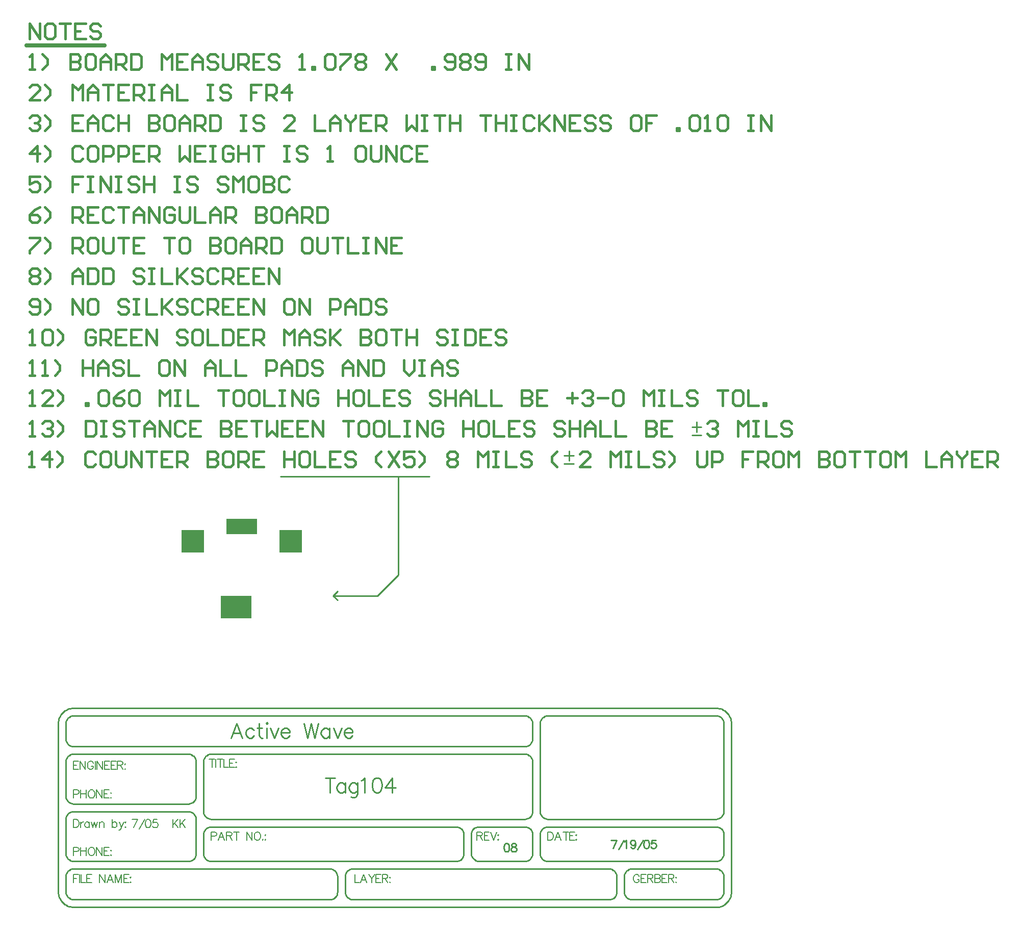
<source format=gbp>
%FSLAX24Y24*%
%MOIN*%
G70*
G01*
G75*
%ADD10R,0.0300X0.0300*%
%ADD11R,0.0360X0.0500*%
%ADD12R,0.0360X0.0360*%
%ADD13O,0.0160X0.0600*%
%ADD14C,0.0400*%
%ADD15O,0.0400X0.0160*%
%ADD16R,0.0200X0.0500*%
%ADD17R,0.0400X0.0550*%
%ADD18R,0.0236X0.0236*%
%ADD19R,0.0700X0.0236*%
%ADD20R,0.0236X0.1000*%
%ADD21R,0.0900X0.0236*%
%ADD22R,0.0236X0.0900*%
%ADD23O,0.0240X0.0800*%
%ADD24C,0.0080*%
%ADD25C,0.0150*%
%ADD26C,0.0100*%
%ADD27C,0.0120*%
%ADD28C,0.0140*%
%ADD29C,0.0160*%
%ADD30C,0.0060*%
%ADD31C,0.0250*%
%ADD32C,0.0070*%
%ADD33C,0.0090*%
%ADD34C,0.0050*%
%ADD35C,0.0700*%
%ADD36R,0.0500X0.0500*%
%ADD37C,0.0600*%
%ADD38C,0.0280*%
%ADD39C,0.0300*%
%ADD40R,0.2000X0.1500*%
%ADD41R,0.2000X0.1000*%
%ADD42R,0.1500X0.1500*%
%ADD43C,0.0030*%
D24*
X79310Y51968D02*
X79056Y51434D01*
X78955Y51968D02*
X79310D01*
X79430Y51358D02*
X79785Y51968D01*
X79973D02*
X79897Y51942D01*
X79846Y51866D01*
X79821Y51739D01*
Y51663D01*
X79846Y51536D01*
X79897Y51460D01*
X79973Y51434D01*
X80024D01*
X80100Y51460D01*
X80151Y51536D01*
X80176Y51663D01*
Y51739D01*
X80151Y51866D01*
X80100Y51942D01*
X80024Y51968D01*
X79973D01*
X80600D02*
X80346D01*
X80321Y51739D01*
X80346Y51765D01*
X80423Y51790D01*
X80499D01*
X80575Y51765D01*
X80626Y51714D01*
X80651Y51638D01*
Y51587D01*
X80626Y51511D01*
X80575Y51460D01*
X80499Y51434D01*
X80423D01*
X80346Y51460D01*
X80321Y51485D01*
X80296Y51536D01*
X81608Y51968D02*
Y51434D01*
X81964Y51968D02*
X81608Y51612D01*
X81735Y51739D02*
X81964Y51434D01*
X82083Y51968D02*
Y51434D01*
X82439Y51968D02*
X82083Y51612D01*
X82210Y51739D02*
X82439Y51434D01*
D25*
X72242Y82992D02*
X72575D01*
X72409D01*
Y83991D01*
X72242Y83825D01*
X73075D02*
X73242Y83991D01*
X73575D01*
X73742Y83825D01*
Y83158D01*
X73575Y82992D01*
X73242D01*
X73075Y83158D01*
Y83825D01*
X74075Y82992D02*
X74408Y83325D01*
Y83658D01*
X74075Y83991D01*
X76574Y83825D02*
X76407Y83991D01*
X76074D01*
X75908Y83825D01*
Y83158D01*
X76074Y82992D01*
X76407D01*
X76574Y83158D01*
Y83492D01*
X76241D01*
X76907Y82992D02*
Y83991D01*
X77407D01*
X77574Y83825D01*
Y83492D01*
X77407Y83325D01*
X76907D01*
X77240D02*
X77574Y82992D01*
X78573Y83991D02*
X77907D01*
Y82992D01*
X78573D01*
X77907Y83492D02*
X78240D01*
X79573Y83991D02*
X78907D01*
Y82992D01*
X79573D01*
X78907Y83492D02*
X79240D01*
X79906Y82992D02*
Y83991D01*
X80573Y82992D01*
Y83991D01*
X82572Y83825D02*
X82405Y83991D01*
X82072D01*
X81906Y83825D01*
Y83658D01*
X82072Y83492D01*
X82405D01*
X82572Y83325D01*
Y83158D01*
X82405Y82992D01*
X82072D01*
X81906Y83158D01*
X83405Y83991D02*
X83072D01*
X82905Y83825D01*
Y83158D01*
X83072Y82992D01*
X83405D01*
X83572Y83158D01*
Y83825D01*
X83405Y83991D01*
X83905D02*
Y82992D01*
X84571D01*
X84905Y83991D02*
Y82992D01*
X85404D01*
X85571Y83158D01*
Y83825D01*
X85404Y83991D01*
X84905D01*
X86571D02*
X85904D01*
Y82992D01*
X86571D01*
X85904Y83492D02*
X86237D01*
X86904Y82992D02*
Y83991D01*
X87404D01*
X87570Y83825D01*
Y83492D01*
X87404Y83325D01*
X86904D01*
X87237D02*
X87570Y82992D01*
X88903D02*
Y83991D01*
X89237Y83658D01*
X89570Y83991D01*
Y82992D01*
X89903D02*
Y83658D01*
X90236Y83991D01*
X90569Y83658D01*
Y82992D01*
Y83492D01*
X89903D01*
X91569Y83825D02*
X91403Y83991D01*
X91069D01*
X90903Y83825D01*
Y83658D01*
X91069Y83492D01*
X91403D01*
X91569Y83325D01*
Y83158D01*
X91403Y82992D01*
X91069D01*
X90903Y83158D01*
X91902Y83991D02*
Y82992D01*
Y83325D01*
X92569Y83991D01*
X92069Y83492D01*
X92569Y82992D01*
X93902Y83991D02*
Y82992D01*
X94402D01*
X94568Y83158D01*
Y83325D01*
X94402Y83492D01*
X93902D01*
X94402D01*
X94568Y83658D01*
Y83825D01*
X94402Y83991D01*
X93902D01*
X95401D02*
X95068D01*
X94901Y83825D01*
Y83158D01*
X95068Y82992D01*
X95401D01*
X95568Y83158D01*
Y83825D01*
X95401Y83991D01*
X95901D02*
X96567D01*
X96234D01*
Y82992D01*
X96901Y83991D02*
Y82992D01*
Y83492D01*
X97567D01*
Y83991D01*
Y82992D01*
X99567Y83825D02*
X99400Y83991D01*
X99067D01*
X98900Y83825D01*
Y83658D01*
X99067Y83492D01*
X99400D01*
X99567Y83325D01*
Y83158D01*
X99400Y82992D01*
X99067D01*
X98900Y83158D01*
X99900Y83991D02*
X100233D01*
X100066D01*
Y82992D01*
X99900D01*
X100233D01*
X100733Y83991D02*
Y82992D01*
X101233D01*
X101399Y83158D01*
Y83825D01*
X101233Y83991D01*
X100733D01*
X102399D02*
X101732D01*
Y82992D01*
X102399D01*
X101732Y83492D02*
X102066D01*
X103399Y83825D02*
X103232Y83991D01*
X102899D01*
X102732Y83825D01*
Y83658D01*
X102899Y83492D01*
X103232D01*
X103399Y83325D01*
Y83158D01*
X103232Y82992D01*
X102899D01*
X102732Y83158D01*
X72242Y102992D02*
Y103991D01*
X72908Y102992D01*
Y103991D01*
X73742D02*
X73408D01*
X73242Y103825D01*
Y103158D01*
X73408Y102992D01*
X73742D01*
X73908Y103158D01*
Y103825D01*
X73742Y103991D01*
X74241D02*
X74908D01*
X74575D01*
Y102992D01*
X75908Y103991D02*
X75241D01*
Y102992D01*
X75908D01*
X75241Y103492D02*
X75574D01*
X76907Y103825D02*
X76741Y103991D01*
X76407D01*
X76241Y103825D01*
Y103658D01*
X76407Y103492D01*
X76741D01*
X76907Y103325D01*
Y103158D01*
X76741Y102992D01*
X76407D01*
X76241Y103158D01*
X72242Y97825D02*
X72409Y97991D01*
X72742D01*
X72908Y97825D01*
Y97658D01*
X72742Y97492D01*
X72575D01*
X72742D01*
X72908Y97325D01*
Y97158D01*
X72742Y96992D01*
X72409D01*
X72242Y97158D01*
X73242Y96992D02*
X73575Y97325D01*
Y97658D01*
X73242Y97991D01*
X75741D02*
X75074D01*
Y96992D01*
X75741D01*
X75074Y97492D02*
X75408D01*
X76074Y96992D02*
Y97658D01*
X76407Y97991D01*
X76741Y97658D01*
Y96992D01*
Y97492D01*
X76074D01*
X77740Y97825D02*
X77574Y97991D01*
X77240D01*
X77074Y97825D01*
Y97158D01*
X77240Y96992D01*
X77574D01*
X77740Y97158D01*
X78073Y97991D02*
Y96992D01*
Y97492D01*
X78740D01*
Y97991D01*
Y96992D01*
X80073Y97991D02*
Y96992D01*
X80573D01*
X80739Y97158D01*
Y97325D01*
X80573Y97492D01*
X80073D01*
X80573D01*
X80739Y97658D01*
Y97825D01*
X80573Y97991D01*
X80073D01*
X81572D02*
X81239D01*
X81073Y97825D01*
Y97158D01*
X81239Y96992D01*
X81572D01*
X81739Y97158D01*
Y97825D01*
X81572Y97991D01*
X82072Y96992D02*
Y97658D01*
X82405Y97991D01*
X82739Y97658D01*
Y96992D01*
Y97492D01*
X82072D01*
X83072Y96992D02*
Y97991D01*
X83572D01*
X83738Y97825D01*
Y97492D01*
X83572Y97325D01*
X83072D01*
X83405D02*
X83738Y96992D01*
X84072Y97991D02*
Y96992D01*
X84571D01*
X84738Y97158D01*
Y97825D01*
X84571Y97991D01*
X84072D01*
X86071D02*
X86404D01*
X86237D01*
Y96992D01*
X86071D01*
X86404D01*
X87570Y97825D02*
X87404Y97991D01*
X87071D01*
X86904Y97825D01*
Y97658D01*
X87071Y97492D01*
X87404D01*
X87570Y97325D01*
Y97158D01*
X87404Y96992D01*
X87071D01*
X86904Y97158D01*
X89570Y96992D02*
X88903D01*
X89570Y97658D01*
Y97825D01*
X89403Y97991D01*
X89070D01*
X88903Y97825D01*
X90903Y97991D02*
Y96992D01*
X91569D01*
X91902D02*
Y97658D01*
X92236Y97991D01*
X92569Y97658D01*
Y96992D01*
Y97492D01*
X91902D01*
X92902Y97991D02*
Y97825D01*
X93235Y97492D01*
X93568Y97825D01*
Y97991D01*
X93235Y97492D02*
Y96992D01*
X94568Y97991D02*
X93902D01*
Y96992D01*
X94568D01*
X93902Y97492D02*
X94235D01*
X94901Y96992D02*
Y97991D01*
X95401D01*
X95568Y97825D01*
Y97492D01*
X95401Y97325D01*
X94901D01*
X95235D02*
X95568Y96992D01*
X96901Y97991D02*
Y96992D01*
X97234Y97325D01*
X97567Y96992D01*
Y97991D01*
X97900D02*
X98234D01*
X98067D01*
Y96992D01*
X97900D01*
X98234D01*
X98733Y97991D02*
X99400D01*
X99067D01*
Y96992D01*
X99733Y97991D02*
Y96992D01*
Y97492D01*
X100400D01*
Y97991D01*
Y96992D01*
X101732Y97991D02*
X102399D01*
X102066D01*
Y96992D01*
X102732Y97991D02*
Y96992D01*
Y97492D01*
X103399D01*
Y97991D01*
Y96992D01*
X103732Y97991D02*
X104065D01*
X103898D01*
Y96992D01*
X103732D01*
X104065D01*
X105231Y97825D02*
X105065Y97991D01*
X104732D01*
X104565Y97825D01*
Y97158D01*
X104732Y96992D01*
X105065D01*
X105231Y97158D01*
X105565Y97991D02*
Y96992D01*
Y97325D01*
X106231Y97991D01*
X105731Y97492D01*
X106231Y96992D01*
X106564D02*
Y97991D01*
X107231Y96992D01*
Y97991D01*
X108230D02*
X107564D01*
Y96992D01*
X108230D01*
X107564Y97492D02*
X107897D01*
X109230Y97825D02*
X109063Y97991D01*
X108730D01*
X108564Y97825D01*
Y97658D01*
X108730Y97492D01*
X109063D01*
X109230Y97325D01*
Y97158D01*
X109063Y96992D01*
X108730D01*
X108564Y97158D01*
X110230Y97825D02*
X110063Y97991D01*
X109730D01*
X109563Y97825D01*
Y97658D01*
X109730Y97492D01*
X110063D01*
X110230Y97325D01*
Y97158D01*
X110063Y96992D01*
X109730D01*
X109563Y97158D01*
X112062Y97991D02*
X111729D01*
X111563Y97825D01*
Y97158D01*
X111729Y96992D01*
X112062D01*
X112229Y97158D01*
Y97825D01*
X112062Y97991D01*
X113229D02*
X112562D01*
Y97492D01*
X112896D01*
X112562D01*
Y96992D01*
X114562D02*
Y97158D01*
X114728D01*
Y96992D01*
X114562D01*
X115395Y97825D02*
X115561Y97991D01*
X115895D01*
X116061Y97825D01*
Y97158D01*
X115895Y96992D01*
X115561D01*
X115395Y97158D01*
Y97825D01*
X116394Y96992D02*
X116728D01*
X116561D01*
Y97991D01*
X116394Y97825D01*
X117227D02*
X117394Y97991D01*
X117727D01*
X117894Y97825D01*
Y97158D01*
X117727Y96992D01*
X117394D01*
X117227Y97158D01*
Y97825D01*
X119227Y97991D02*
X119560D01*
X119393D01*
Y96992D01*
X119227D01*
X119560D01*
X120060D02*
Y97991D01*
X120726Y96992D01*
Y97991D01*
X72742Y94992D02*
Y95991D01*
X72242Y95492D01*
X72908D01*
X73242Y94992D02*
X73575Y95325D01*
Y95658D01*
X73242Y95991D01*
X75741Y95825D02*
X75574Y95991D01*
X75241D01*
X75074Y95825D01*
Y95158D01*
X75241Y94992D01*
X75574D01*
X75741Y95158D01*
X76574Y95991D02*
X76241D01*
X76074Y95825D01*
Y95158D01*
X76241Y94992D01*
X76574D01*
X76741Y95158D01*
Y95825D01*
X76574Y95991D01*
X77074Y94992D02*
Y95991D01*
X77574D01*
X77740Y95825D01*
Y95492D01*
X77574Y95325D01*
X77074D01*
X78073Y94992D02*
Y95991D01*
X78573D01*
X78740Y95825D01*
Y95492D01*
X78573Y95325D01*
X78073D01*
X79740Y95991D02*
X79073D01*
Y94992D01*
X79740D01*
X79073Y95492D02*
X79406D01*
X80073Y94992D02*
Y95991D01*
X80573D01*
X80739Y95825D01*
Y95492D01*
X80573Y95325D01*
X80073D01*
X80406D02*
X80739Y94992D01*
X82072Y95991D02*
Y94992D01*
X82405Y95325D01*
X82739Y94992D01*
Y95991D01*
X83738D02*
X83072D01*
Y94992D01*
X83738D01*
X83072Y95492D02*
X83405D01*
X84072Y95991D02*
X84405D01*
X84238D01*
Y94992D01*
X84072D01*
X84405D01*
X85571Y95825D02*
X85404Y95991D01*
X85071D01*
X84905Y95825D01*
Y95158D01*
X85071Y94992D01*
X85404D01*
X85571Y95158D01*
Y95492D01*
X85238D01*
X85904Y95991D02*
Y94992D01*
Y95492D01*
X86571D01*
Y95991D01*
Y94992D01*
X86904Y95991D02*
X87570D01*
X87237D01*
Y94992D01*
X88903Y95991D02*
X89237D01*
X89070D01*
Y94992D01*
X88903D01*
X89237D01*
X90403Y95825D02*
X90236Y95991D01*
X89903D01*
X89736Y95825D01*
Y95658D01*
X89903Y95492D01*
X90236D01*
X90403Y95325D01*
Y95158D01*
X90236Y94992D01*
X89903D01*
X89736Y95158D01*
X91736Y94992D02*
X92069D01*
X91902D01*
Y95991D01*
X91736Y95825D01*
X94068Y95991D02*
X93735D01*
X93568Y95825D01*
Y95158D01*
X93735Y94992D01*
X94068D01*
X94235Y95158D01*
Y95825D01*
X94068Y95991D01*
X94568D02*
Y95158D01*
X94735Y94992D01*
X95068D01*
X95235Y95158D01*
Y95991D01*
X95568Y94992D02*
Y95991D01*
X96234Y94992D01*
Y95991D01*
X97234Y95825D02*
X97067Y95991D01*
X96734D01*
X96567Y95825D01*
Y95158D01*
X96734Y94992D01*
X97067D01*
X97234Y95158D01*
X98234Y95991D02*
X97567D01*
Y94992D01*
X98234D01*
X97567Y95492D02*
X97900D01*
X72908Y93991D02*
X72242D01*
Y93492D01*
X72575Y93658D01*
X72742D01*
X72908Y93492D01*
Y93158D01*
X72742Y92992D01*
X72409D01*
X72242Y93158D01*
X73242Y92992D02*
X73575Y93325D01*
Y93658D01*
X73242Y93991D01*
X75741D02*
X75074D01*
Y93492D01*
X75408D01*
X75074D01*
Y92992D01*
X76074Y93991D02*
X76407D01*
X76241D01*
Y92992D01*
X76074D01*
X76407D01*
X76907D02*
Y93991D01*
X77574Y92992D01*
Y93991D01*
X77907D02*
X78240D01*
X78073D01*
Y92992D01*
X77907D01*
X78240D01*
X79406Y93825D02*
X79240Y93991D01*
X78907D01*
X78740Y93825D01*
Y93658D01*
X78907Y93492D01*
X79240D01*
X79406Y93325D01*
Y93158D01*
X79240Y92992D01*
X78907D01*
X78740Y93158D01*
X79740Y93991D02*
Y92992D01*
Y93492D01*
X80406D01*
Y93991D01*
Y92992D01*
X81739Y93991D02*
X82072D01*
X81906D01*
Y92992D01*
X81739D01*
X82072D01*
X83238Y93825D02*
X83072Y93991D01*
X82739D01*
X82572Y93825D01*
Y93658D01*
X82739Y93492D01*
X83072D01*
X83238Y93325D01*
Y93158D01*
X83072Y92992D01*
X82739D01*
X82572Y93158D01*
X85238Y93825D02*
X85071Y93991D01*
X84738D01*
X84571Y93825D01*
Y93658D01*
X84738Y93492D01*
X85071D01*
X85238Y93325D01*
Y93158D01*
X85071Y92992D01*
X84738D01*
X84571Y93158D01*
X85571Y92992D02*
Y93991D01*
X85904Y93658D01*
X86237Y93991D01*
Y92992D01*
X87071Y93991D02*
X86737D01*
X86571Y93825D01*
Y93158D01*
X86737Y92992D01*
X87071D01*
X87237Y93158D01*
Y93825D01*
X87071Y93991D01*
X87570D02*
Y92992D01*
X88070D01*
X88237Y93158D01*
Y93325D01*
X88070Y93492D01*
X87570D01*
X88070D01*
X88237Y93658D01*
Y93825D01*
X88070Y93991D01*
X87570D01*
X89237Y93825D02*
X89070Y93991D01*
X88737D01*
X88570Y93825D01*
Y93158D01*
X88737Y92992D01*
X89070D01*
X89237Y93158D01*
X72908Y91991D02*
X72575Y91825D01*
X72242Y91492D01*
Y91158D01*
X72409Y90992D01*
X72742D01*
X72908Y91158D01*
Y91325D01*
X72742Y91492D01*
X72242D01*
X73242Y90992D02*
X73575Y91325D01*
Y91658D01*
X73242Y91991D01*
X75074Y90992D02*
Y91991D01*
X75574D01*
X75741Y91825D01*
Y91492D01*
X75574Y91325D01*
X75074D01*
X75408D02*
X75741Y90992D01*
X76741Y91991D02*
X76074D01*
Y90992D01*
X76741D01*
X76074Y91492D02*
X76407D01*
X77740Y91825D02*
X77574Y91991D01*
X77240D01*
X77074Y91825D01*
Y91158D01*
X77240Y90992D01*
X77574D01*
X77740Y91158D01*
X78073Y91991D02*
X78740D01*
X78407D01*
Y90992D01*
X79073D02*
Y91658D01*
X79406Y91991D01*
X79740Y91658D01*
Y90992D01*
Y91492D01*
X79073D01*
X80073Y90992D02*
Y91991D01*
X80739Y90992D01*
Y91991D01*
X81739Y91825D02*
X81572Y91991D01*
X81239D01*
X81073Y91825D01*
Y91158D01*
X81239Y90992D01*
X81572D01*
X81739Y91158D01*
Y91492D01*
X81406D01*
X82072Y91991D02*
Y91158D01*
X82239Y90992D01*
X82572D01*
X82739Y91158D01*
Y91991D01*
X83072D02*
Y90992D01*
X83738D01*
X84072D02*
Y91658D01*
X84405Y91991D01*
X84738Y91658D01*
Y90992D01*
Y91492D01*
X84072D01*
X85071Y90992D02*
Y91991D01*
X85571D01*
X85738Y91825D01*
Y91492D01*
X85571Y91325D01*
X85071D01*
X85404D02*
X85738Y90992D01*
X87071Y91991D02*
Y90992D01*
X87570D01*
X87737Y91158D01*
Y91325D01*
X87570Y91492D01*
X87071D01*
X87570D01*
X87737Y91658D01*
Y91825D01*
X87570Y91991D01*
X87071D01*
X88570D02*
X88237D01*
X88070Y91825D01*
Y91158D01*
X88237Y90992D01*
X88570D01*
X88737Y91158D01*
Y91825D01*
X88570Y91991D01*
X89070Y90992D02*
Y91658D01*
X89403Y91991D01*
X89736Y91658D01*
Y90992D01*
Y91492D01*
X89070D01*
X90070Y90992D02*
Y91991D01*
X90569D01*
X90736Y91825D01*
Y91492D01*
X90569Y91325D01*
X90070D01*
X90403D02*
X90736Y90992D01*
X91069Y91991D02*
Y90992D01*
X91569D01*
X91736Y91158D01*
Y91825D01*
X91569Y91991D01*
X91069D01*
X72242Y89991D02*
X72908D01*
Y89825D01*
X72242Y89158D01*
Y88992D01*
X73242D02*
X73575Y89325D01*
Y89658D01*
X73242Y89991D01*
X75074Y88992D02*
Y89991D01*
X75574D01*
X75741Y89825D01*
Y89492D01*
X75574Y89325D01*
X75074D01*
X75408D02*
X75741Y88992D01*
X76574Y89991D02*
X76241D01*
X76074Y89825D01*
Y89158D01*
X76241Y88992D01*
X76574D01*
X76741Y89158D01*
Y89825D01*
X76574Y89991D01*
X77074D02*
Y89158D01*
X77240Y88992D01*
X77574D01*
X77740Y89158D01*
Y89991D01*
X78073D02*
X78740D01*
X78407D01*
Y88992D01*
X79740Y89991D02*
X79073D01*
Y88992D01*
X79740D01*
X79073Y89492D02*
X79406D01*
X81073Y89991D02*
X81739D01*
X81406D01*
Y88992D01*
X82572Y89991D02*
X82239D01*
X82072Y89825D01*
Y89158D01*
X82239Y88992D01*
X82572D01*
X82739Y89158D01*
Y89825D01*
X82572Y89991D01*
X84072D02*
Y88992D01*
X84571D01*
X84738Y89158D01*
Y89325D01*
X84571Y89492D01*
X84072D01*
X84571D01*
X84738Y89658D01*
Y89825D01*
X84571Y89991D01*
X84072D01*
X85571D02*
X85238D01*
X85071Y89825D01*
Y89158D01*
X85238Y88992D01*
X85571D01*
X85738Y89158D01*
Y89825D01*
X85571Y89991D01*
X86071Y88992D02*
Y89658D01*
X86404Y89991D01*
X86737Y89658D01*
Y88992D01*
Y89492D01*
X86071D01*
X87071Y88992D02*
Y89991D01*
X87570D01*
X87737Y89825D01*
Y89492D01*
X87570Y89325D01*
X87071D01*
X87404D02*
X87737Y88992D01*
X88070Y89991D02*
Y88992D01*
X88570D01*
X88737Y89158D01*
Y89825D01*
X88570Y89991D01*
X88070D01*
X90569D02*
X90236D01*
X90070Y89825D01*
Y89158D01*
X90236Y88992D01*
X90569D01*
X90736Y89158D01*
Y89825D01*
X90569Y89991D01*
X91069D02*
Y89158D01*
X91236Y88992D01*
X91569D01*
X91736Y89158D01*
Y89991D01*
X92069D02*
X92735D01*
X92402D01*
Y88992D01*
X93069Y89991D02*
Y88992D01*
X93735D01*
X94068Y89991D02*
X94402D01*
X94235D01*
Y88992D01*
X94068D01*
X94402D01*
X94901D02*
Y89991D01*
X95568Y88992D01*
Y89991D01*
X96567D02*
X95901D01*
Y88992D01*
X96567D01*
X95901Y89492D02*
X96234D01*
X72242Y87825D02*
X72409Y87991D01*
X72742D01*
X72908Y87825D01*
Y87658D01*
X72742Y87492D01*
X72908Y87325D01*
Y87158D01*
X72742Y86992D01*
X72409D01*
X72242Y87158D01*
Y87325D01*
X72409Y87492D01*
X72242Y87658D01*
Y87825D01*
X72409Y87492D02*
X72742D01*
X73242Y86992D02*
X73575Y87325D01*
Y87658D01*
X73242Y87991D01*
X75074Y86992D02*
Y87658D01*
X75408Y87991D01*
X75741Y87658D01*
Y86992D01*
Y87492D01*
X75074D01*
X76074Y87991D02*
Y86992D01*
X76574D01*
X76741Y87158D01*
Y87825D01*
X76574Y87991D01*
X76074D01*
X77074D02*
Y86992D01*
X77574D01*
X77740Y87158D01*
Y87825D01*
X77574Y87991D01*
X77074D01*
X79740Y87825D02*
X79573Y87991D01*
X79240D01*
X79073Y87825D01*
Y87658D01*
X79240Y87492D01*
X79573D01*
X79740Y87325D01*
Y87158D01*
X79573Y86992D01*
X79240D01*
X79073Y87158D01*
X80073Y87991D02*
X80406D01*
X80239D01*
Y86992D01*
X80073D01*
X80406D01*
X80906Y87991D02*
Y86992D01*
X81572D01*
X81906Y87991D02*
Y86992D01*
Y87325D01*
X82572Y87991D01*
X82072Y87492D01*
X82572Y86992D01*
X83572Y87825D02*
X83405Y87991D01*
X83072D01*
X82905Y87825D01*
Y87658D01*
X83072Y87492D01*
X83405D01*
X83572Y87325D01*
Y87158D01*
X83405Y86992D01*
X83072D01*
X82905Y87158D01*
X84571Y87825D02*
X84405Y87991D01*
X84072D01*
X83905Y87825D01*
Y87158D01*
X84072Y86992D01*
X84405D01*
X84571Y87158D01*
X84905Y86992D02*
Y87991D01*
X85404D01*
X85571Y87825D01*
Y87492D01*
X85404Y87325D01*
X84905D01*
X85238D02*
X85571Y86992D01*
X86571Y87991D02*
X85904D01*
Y86992D01*
X86571D01*
X85904Y87492D02*
X86237D01*
X87570Y87991D02*
X86904D01*
Y86992D01*
X87570D01*
X86904Y87492D02*
X87237D01*
X87904Y86992D02*
Y87991D01*
X88570Y86992D01*
Y87991D01*
X72242Y85158D02*
X72409Y84992D01*
X72742D01*
X72908Y85158D01*
Y85825D01*
X72742Y85991D01*
X72409D01*
X72242Y85825D01*
Y85658D01*
X72409Y85492D01*
X72908D01*
X73242Y84992D02*
X73575Y85325D01*
Y85658D01*
X73242Y85991D01*
X75074Y84992D02*
Y85991D01*
X75741Y84992D01*
Y85991D01*
X76574D02*
X76241D01*
X76074Y85825D01*
Y85158D01*
X76241Y84992D01*
X76574D01*
X76741Y85158D01*
Y85825D01*
X76574Y85991D01*
X78740Y85825D02*
X78573Y85991D01*
X78240D01*
X78073Y85825D01*
Y85658D01*
X78240Y85492D01*
X78573D01*
X78740Y85325D01*
Y85158D01*
X78573Y84992D01*
X78240D01*
X78073Y85158D01*
X79073Y85991D02*
X79406D01*
X79240D01*
Y84992D01*
X79073D01*
X79406D01*
X79906Y85991D02*
Y84992D01*
X80573D01*
X80906Y85991D02*
Y84992D01*
Y85325D01*
X81572Y85991D01*
X81073Y85492D01*
X81572Y84992D01*
X82572Y85825D02*
X82405Y85991D01*
X82072D01*
X81906Y85825D01*
Y85658D01*
X82072Y85492D01*
X82405D01*
X82572Y85325D01*
Y85158D01*
X82405Y84992D01*
X82072D01*
X81906Y85158D01*
X83572Y85825D02*
X83405Y85991D01*
X83072D01*
X82905Y85825D01*
Y85158D01*
X83072Y84992D01*
X83405D01*
X83572Y85158D01*
X83905Y84992D02*
Y85991D01*
X84405D01*
X84571Y85825D01*
Y85492D01*
X84405Y85325D01*
X83905D01*
X84238D02*
X84571Y84992D01*
X85571Y85991D02*
X84905D01*
Y84992D01*
X85571D01*
X84905Y85492D02*
X85238D01*
X86571Y85991D02*
X85904D01*
Y84992D01*
X86571D01*
X85904Y85492D02*
X86237D01*
X86904Y84992D02*
Y85991D01*
X87570Y84992D01*
Y85991D01*
X89403D02*
X89070D01*
X88903Y85825D01*
Y85158D01*
X89070Y84992D01*
X89403D01*
X89570Y85158D01*
Y85825D01*
X89403Y85991D01*
X89903Y84992D02*
Y85991D01*
X90569Y84992D01*
Y85991D01*
X91902Y84992D02*
Y85991D01*
X92402D01*
X92569Y85825D01*
Y85492D01*
X92402Y85325D01*
X91902D01*
X92902Y84992D02*
Y85658D01*
X93235Y85991D01*
X93568Y85658D01*
Y84992D01*
Y85492D01*
X92902D01*
X93902Y85991D02*
Y84992D01*
X94402D01*
X94568Y85158D01*
Y85825D01*
X94402Y85991D01*
X93902D01*
X95568Y85825D02*
X95401Y85991D01*
X95068D01*
X94901Y85825D01*
Y85658D01*
X95068Y85492D01*
X95401D01*
X95568Y85325D01*
Y85158D01*
X95401Y84992D01*
X95068D01*
X94901Y85158D01*
X72242Y100992D02*
X72575D01*
X72409D01*
Y101991D01*
X72242Y101825D01*
X73075Y100992D02*
X73408Y101325D01*
Y101658D01*
X73075Y101991D01*
X74908D02*
Y100992D01*
X75408D01*
X75574Y101158D01*
Y101325D01*
X75408Y101492D01*
X74908D01*
X75408D01*
X75574Y101658D01*
Y101825D01*
X75408Y101991D01*
X74908D01*
X76407D02*
X76074D01*
X75908Y101825D01*
Y101158D01*
X76074Y100992D01*
X76407D01*
X76574Y101158D01*
Y101825D01*
X76407Y101991D01*
X76907Y100992D02*
Y101658D01*
X77240Y101991D01*
X77574Y101658D01*
Y100992D01*
Y101492D01*
X76907D01*
X77907Y100992D02*
Y101991D01*
X78407D01*
X78573Y101825D01*
Y101492D01*
X78407Y101325D01*
X77907D01*
X78240D02*
X78573Y100992D01*
X78907Y101991D02*
Y100992D01*
X79406D01*
X79573Y101158D01*
Y101825D01*
X79406Y101991D01*
X78907D01*
X80906Y100992D02*
Y101991D01*
X81239Y101658D01*
X81572Y101991D01*
Y100992D01*
X82572Y101991D02*
X81906D01*
Y100992D01*
X82572D01*
X81906Y101492D02*
X82239D01*
X82905Y100992D02*
Y101658D01*
X83238Y101991D01*
X83572Y101658D01*
Y100992D01*
Y101492D01*
X82905D01*
X84571Y101825D02*
X84405Y101991D01*
X84072D01*
X83905Y101825D01*
Y101658D01*
X84072Y101492D01*
X84405D01*
X84571Y101325D01*
Y101158D01*
X84405Y100992D01*
X84072D01*
X83905Y101158D01*
X84905Y101991D02*
Y101158D01*
X85071Y100992D01*
X85404D01*
X85571Y101158D01*
Y101991D01*
X85904Y100992D02*
Y101991D01*
X86404D01*
X86571Y101825D01*
Y101492D01*
X86404Y101325D01*
X85904D01*
X86237D02*
X86571Y100992D01*
X87570Y101991D02*
X86904D01*
Y100992D01*
X87570D01*
X86904Y101492D02*
X87237D01*
X88570Y101825D02*
X88403Y101991D01*
X88070D01*
X87904Y101825D01*
Y101658D01*
X88070Y101492D01*
X88403D01*
X88570Y101325D01*
Y101158D01*
X88403Y100992D01*
X88070D01*
X87904Y101158D01*
X89903Y100992D02*
X90236D01*
X90070D01*
Y101991D01*
X89903Y101825D01*
X90736Y100992D02*
Y101158D01*
X90903D01*
Y100992D01*
X90736D01*
X91569Y101825D02*
X91736Y101991D01*
X92069D01*
X92236Y101825D01*
Y101158D01*
X92069Y100992D01*
X91736D01*
X91569Y101158D01*
Y101825D01*
X92569Y101991D02*
X93235D01*
Y101825D01*
X92569Y101158D01*
Y100992D01*
X93568Y101825D02*
X93735Y101991D01*
X94068D01*
X94235Y101825D01*
Y101658D01*
X94068Y101492D01*
X94235Y101325D01*
Y101158D01*
X94068Y100992D01*
X93735D01*
X93568Y101158D01*
Y101325D01*
X93735Y101492D01*
X93568Y101658D01*
Y101825D01*
X93735Y101492D02*
X94068D01*
X95568Y101991D02*
X96234Y100992D01*
Y101991D02*
X95568Y100992D01*
X98567D02*
Y101158D01*
X98733D01*
Y100992D01*
X98567D01*
X99400Y101158D02*
X99567Y100992D01*
X99900D01*
X100066Y101158D01*
Y101825D01*
X99900Y101991D01*
X99567D01*
X99400Y101825D01*
Y101658D01*
X99567Y101492D01*
X100066D01*
X100400Y101825D02*
X100566Y101991D01*
X100899D01*
X101066Y101825D01*
Y101658D01*
X100899Y101492D01*
X101066Y101325D01*
Y101158D01*
X100899Y100992D01*
X100566D01*
X100400Y101158D01*
Y101325D01*
X100566Y101492D01*
X100400Y101658D01*
Y101825D01*
X100566Y101492D02*
X100899D01*
X101399Y101158D02*
X101566Y100992D01*
X101899D01*
X102066Y101158D01*
Y101825D01*
X101899Y101991D01*
X101566D01*
X101399Y101825D01*
Y101658D01*
X101566Y101492D01*
X102066D01*
X103399Y101991D02*
X103732D01*
X103565D01*
Y100992D01*
X103399D01*
X103732D01*
X104232D02*
Y101991D01*
X104898Y100992D01*
Y101991D01*
X72908Y98992D02*
X72242D01*
X72908Y99658D01*
Y99825D01*
X72742Y99991D01*
X72409D01*
X72242Y99825D01*
X73242Y98992D02*
X73575Y99325D01*
Y99658D01*
X73242Y99991D01*
X75074Y98992D02*
Y99991D01*
X75408Y99658D01*
X75741Y99991D01*
Y98992D01*
X76074D02*
Y99658D01*
X76407Y99991D01*
X76741Y99658D01*
Y98992D01*
Y99492D01*
X76074D01*
X77074Y99991D02*
X77740D01*
X77407D01*
Y98992D01*
X78740Y99991D02*
X78073D01*
Y98992D01*
X78740D01*
X78073Y99492D02*
X78407D01*
X79073Y98992D02*
Y99991D01*
X79573D01*
X79740Y99825D01*
Y99492D01*
X79573Y99325D01*
X79073D01*
X79406D02*
X79740Y98992D01*
X80073Y99991D02*
X80406D01*
X80239D01*
Y98992D01*
X80073D01*
X80406D01*
X80906D02*
Y99658D01*
X81239Y99991D01*
X81572Y99658D01*
Y98992D01*
Y99492D01*
X80906D01*
X81906Y99991D02*
Y98992D01*
X82572D01*
X83905Y99991D02*
X84238D01*
X84072D01*
Y98992D01*
X83905D01*
X84238D01*
X85404Y99825D02*
X85238Y99991D01*
X84905D01*
X84738Y99825D01*
Y99658D01*
X84905Y99492D01*
X85238D01*
X85404Y99325D01*
Y99158D01*
X85238Y98992D01*
X84905D01*
X84738Y99158D01*
X87404Y99991D02*
X86737D01*
Y99492D01*
X87071D01*
X86737D01*
Y98992D01*
X87737D02*
Y99991D01*
X88237D01*
X88403Y99825D01*
Y99492D01*
X88237Y99325D01*
X87737D01*
X88070D02*
X88403Y98992D01*
X89237D02*
Y99991D01*
X88737Y99492D01*
X89403D01*
X72242Y80992D02*
X72575D01*
X72409D01*
Y81991D01*
X72242Y81825D01*
X73075Y80992D02*
X73408D01*
X73242D01*
Y81991D01*
X73075Y81825D01*
X73908Y80992D02*
X74241Y81325D01*
Y81658D01*
X73908Y81991D01*
X75741D02*
Y80992D01*
Y81492D01*
X76407D01*
Y81991D01*
Y80992D01*
X76741D02*
Y81658D01*
X77074Y81991D01*
X77407Y81658D01*
Y80992D01*
Y81492D01*
X76741D01*
X78407Y81825D02*
X78240Y81991D01*
X77907D01*
X77740Y81825D01*
Y81658D01*
X77907Y81492D01*
X78240D01*
X78407Y81325D01*
Y81158D01*
X78240Y80992D01*
X77907D01*
X77740Y81158D01*
X78740Y81991D02*
Y80992D01*
X79406D01*
X81239Y81991D02*
X80906D01*
X80739Y81825D01*
Y81158D01*
X80906Y80992D01*
X81239D01*
X81406Y81158D01*
Y81825D01*
X81239Y81991D01*
X81739Y80992D02*
Y81991D01*
X82405Y80992D01*
Y81991D01*
X83738Y80992D02*
Y81658D01*
X84072Y81991D01*
X84405Y81658D01*
Y80992D01*
Y81492D01*
X83738D01*
X84738Y81991D02*
Y80992D01*
X85404D01*
X85738Y81991D02*
Y80992D01*
X86404D01*
X87737D02*
Y81991D01*
X88237D01*
X88403Y81825D01*
Y81492D01*
X88237Y81325D01*
X87737D01*
X88737Y80992D02*
Y81658D01*
X89070Y81991D01*
X89403Y81658D01*
Y80992D01*
Y81492D01*
X88737D01*
X89736Y81991D02*
Y80992D01*
X90236D01*
X90403Y81158D01*
Y81825D01*
X90236Y81991D01*
X89736D01*
X91403Y81825D02*
X91236Y81991D01*
X90903D01*
X90736Y81825D01*
Y81658D01*
X90903Y81492D01*
X91236D01*
X91403Y81325D01*
Y81158D01*
X91236Y80992D01*
X90903D01*
X90736Y81158D01*
X92735Y80992D02*
Y81658D01*
X93069Y81991D01*
X93402Y81658D01*
Y80992D01*
Y81492D01*
X92735D01*
X93735Y80992D02*
Y81991D01*
X94402Y80992D01*
Y81991D01*
X94735D02*
Y80992D01*
X95235D01*
X95401Y81158D01*
Y81825D01*
X95235Y81991D01*
X94735D01*
X96734D02*
Y81325D01*
X97067Y80992D01*
X97401Y81325D01*
Y81991D01*
X97734D02*
X98067D01*
X97900D01*
Y80992D01*
X97734D01*
X98067D01*
X98567D02*
Y81658D01*
X98900Y81991D01*
X99233Y81658D01*
Y80992D01*
Y81492D01*
X98567D01*
X100233Y81825D02*
X100066Y81991D01*
X99733D01*
X99567Y81825D01*
Y81658D01*
X99733Y81492D01*
X100066D01*
X100233Y81325D01*
Y81158D01*
X100066Y80992D01*
X99733D01*
X99567Y81158D01*
X72252Y79002D02*
X72585D01*
X72419D01*
Y80001D01*
X72252Y79835D01*
X73752Y79002D02*
X73085D01*
X73752Y79668D01*
Y79835D01*
X73585Y80001D01*
X73252D01*
X73085Y79835D01*
X74085Y79002D02*
X74418Y79335D01*
Y79668D01*
X74085Y80001D01*
X75918Y79002D02*
Y79168D01*
X76084D01*
Y79002D01*
X75918D01*
X76751Y79835D02*
X76917Y80001D01*
X77250D01*
X77417Y79835D01*
Y79168D01*
X77250Y79002D01*
X76917D01*
X76751Y79168D01*
Y79835D01*
X78417Y80001D02*
X78083Y79835D01*
X77750Y79502D01*
Y79168D01*
X77917Y79002D01*
X78250D01*
X78417Y79168D01*
Y79335D01*
X78250Y79502D01*
X77750D01*
X78750Y79835D02*
X78917Y80001D01*
X79250D01*
X79416Y79835D01*
Y79168D01*
X79250Y79002D01*
X78917D01*
X78750Y79168D01*
Y79835D01*
X80749Y79002D02*
Y80001D01*
X81082Y79668D01*
X81416Y80001D01*
Y79002D01*
X81749Y80001D02*
X82082D01*
X81916D01*
Y79002D01*
X81749D01*
X82082D01*
X82582Y80001D02*
Y79002D01*
X83248D01*
X84581Y80001D02*
X85248D01*
X84915D01*
Y79002D01*
X86081Y80001D02*
X85748D01*
X85581Y79835D01*
Y79168D01*
X85748Y79002D01*
X86081D01*
X86248Y79168D01*
Y79835D01*
X86081Y80001D01*
X87081D02*
X86747D01*
X86581Y79835D01*
Y79168D01*
X86747Y79002D01*
X87081D01*
X87247Y79168D01*
Y79835D01*
X87081Y80001D01*
X87580D02*
Y79002D01*
X88247D01*
X88580Y80001D02*
X88913D01*
X88747D01*
Y79002D01*
X88580D01*
X88913D01*
X89413D02*
Y80001D01*
X90080Y79002D01*
Y80001D01*
X91079Y79835D02*
X90913Y80001D01*
X90579D01*
X90413Y79835D01*
Y79168D01*
X90579Y79002D01*
X90913D01*
X91079Y79168D01*
Y79502D01*
X90746D01*
X92412Y80001D02*
Y79002D01*
Y79502D01*
X93079D01*
Y80001D01*
Y79002D01*
X93912Y80001D02*
X93578D01*
X93412Y79835D01*
Y79168D01*
X93578Y79002D01*
X93912D01*
X94078Y79168D01*
Y79835D01*
X93912Y80001D01*
X94412D02*
Y79002D01*
X95078D01*
X96078Y80001D02*
X95411D01*
Y79002D01*
X96078D01*
X95411Y79502D02*
X95744D01*
X97077Y79835D02*
X96911Y80001D01*
X96578D01*
X96411Y79835D01*
Y79668D01*
X96578Y79502D01*
X96911D01*
X97077Y79335D01*
Y79168D01*
X96911Y79002D01*
X96578D01*
X96411Y79168D01*
X99077Y79835D02*
X98910Y80001D01*
X98577D01*
X98410Y79835D01*
Y79668D01*
X98577Y79502D01*
X98910D01*
X99077Y79335D01*
Y79168D01*
X98910Y79002D01*
X98577D01*
X98410Y79168D01*
X99410Y80001D02*
Y79002D01*
Y79502D01*
X100076D01*
Y80001D01*
Y79002D01*
X100410D02*
Y79668D01*
X100743Y80001D01*
X101076Y79668D01*
Y79002D01*
Y79502D01*
X100410D01*
X101409Y80001D02*
Y79002D01*
X102076D01*
X102409Y80001D02*
Y79002D01*
X103075D01*
X104408Y80001D02*
Y79002D01*
X104908D01*
X105075Y79168D01*
Y79335D01*
X104908Y79502D01*
X104408D01*
X104908D01*
X105075Y79668D01*
Y79835D01*
X104908Y80001D01*
X104408D01*
X106074D02*
X105408D01*
Y79002D01*
X106074D01*
X105408Y79502D02*
X105741D01*
X107407D02*
X108074D01*
X107741Y79835D02*
Y79168D01*
X108407Y79835D02*
X108574Y80001D01*
X108907D01*
X109073Y79835D01*
Y79668D01*
X108907Y79502D01*
X108740D01*
X108907D01*
X109073Y79335D01*
Y79168D01*
X108907Y79002D01*
X108574D01*
X108407Y79168D01*
X109407Y79502D02*
X110073D01*
X110406Y79835D02*
X110573Y80001D01*
X110906D01*
X111073Y79835D01*
Y79168D01*
X110906Y79002D01*
X110573D01*
X110406Y79168D01*
Y79835D01*
X112406Y79002D02*
Y80001D01*
X112739Y79668D01*
X113072Y80001D01*
Y79002D01*
X113405Y80001D02*
X113739D01*
X113572D01*
Y79002D01*
X113405D01*
X113739D01*
X114238Y80001D02*
Y79002D01*
X114905D01*
X115905Y79835D02*
X115738Y80001D01*
X115405D01*
X115238Y79835D01*
Y79668D01*
X115405Y79502D01*
X115738D01*
X115905Y79335D01*
Y79168D01*
X115738Y79002D01*
X115405D01*
X115238Y79168D01*
X117237Y80001D02*
X117904D01*
X117571D01*
Y79002D01*
X118737Y80001D02*
X118404D01*
X118237Y79835D01*
Y79168D01*
X118404Y79002D01*
X118737D01*
X118904Y79168D01*
Y79835D01*
X118737Y80001D01*
X119237D02*
Y79002D01*
X119903D01*
X120237D02*
Y79168D01*
X120403D01*
Y79002D01*
X120237D01*
X72252Y77012D02*
X72585D01*
X72419D01*
Y78011D01*
X72252Y77845D01*
X73085D02*
X73252Y78011D01*
X73585D01*
X73752Y77845D01*
Y77678D01*
X73585Y77512D01*
X73418D01*
X73585D01*
X73752Y77345D01*
Y77178D01*
X73585Y77012D01*
X73252D01*
X73085Y77178D01*
X74085Y77012D02*
X74418Y77345D01*
Y77678D01*
X74085Y78011D01*
X75918D02*
Y77012D01*
X76417D01*
X76584Y77178D01*
Y77845D01*
X76417Y78011D01*
X75918D01*
X76917D02*
X77250D01*
X77084D01*
Y77012D01*
X76917D01*
X77250D01*
X78417Y77845D02*
X78250Y78011D01*
X77917D01*
X77750Y77845D01*
Y77678D01*
X77917Y77512D01*
X78250D01*
X78417Y77345D01*
Y77178D01*
X78250Y77012D01*
X77917D01*
X77750Y77178D01*
X78750Y78011D02*
X79416D01*
X79083D01*
Y77012D01*
X79750D02*
Y77678D01*
X80083Y78011D01*
X80416Y77678D01*
Y77012D01*
Y77512D01*
X79750D01*
X80749Y77012D02*
Y78011D01*
X81416Y77012D01*
Y78011D01*
X82415Y77845D02*
X82249Y78011D01*
X81916D01*
X81749Y77845D01*
Y77178D01*
X81916Y77012D01*
X82249D01*
X82415Y77178D01*
X83415Y78011D02*
X82749D01*
Y77012D01*
X83415D01*
X82749Y77512D02*
X83082D01*
X84748Y78011D02*
Y77012D01*
X85248D01*
X85414Y77178D01*
Y77345D01*
X85248Y77512D01*
X84748D01*
X85248D01*
X85414Y77678D01*
Y77845D01*
X85248Y78011D01*
X84748D01*
X86414D02*
X85748D01*
Y77012D01*
X86414D01*
X85748Y77512D02*
X86081D01*
X86747Y78011D02*
X87414D01*
X87081D01*
Y77012D01*
X87747Y78011D02*
Y77012D01*
X88080Y77345D01*
X88413Y77012D01*
Y78011D01*
X89413D02*
X88747D01*
Y77012D01*
X89413D01*
X88747Y77512D02*
X89080D01*
X90413Y78011D02*
X89746D01*
Y77012D01*
X90413D01*
X89746Y77512D02*
X90080D01*
X90746Y77012D02*
Y78011D01*
X91412Y77012D01*
Y78011D01*
X92745D02*
X93412D01*
X93079D01*
Y77012D01*
X94245Y78011D02*
X93912D01*
X93745Y77845D01*
Y77178D01*
X93912Y77012D01*
X94245D01*
X94412Y77178D01*
Y77845D01*
X94245Y78011D01*
X95245D02*
X94911D01*
X94745Y77845D01*
Y77178D01*
X94911Y77012D01*
X95245D01*
X95411Y77178D01*
Y77845D01*
X95245Y78011D01*
X95744D02*
Y77012D01*
X96411D01*
X96744Y78011D02*
X97077D01*
X96911D01*
Y77012D01*
X96744D01*
X97077D01*
X97577D02*
Y78011D01*
X98244Y77012D01*
Y78011D01*
X99243Y77845D02*
X99077Y78011D01*
X98743D01*
X98577Y77845D01*
Y77178D01*
X98743Y77012D01*
X99077D01*
X99243Y77178D01*
Y77512D01*
X98910D01*
X100576Y78011D02*
Y77012D01*
Y77512D01*
X101243D01*
Y78011D01*
Y77012D01*
X102076Y78011D02*
X101742D01*
X101576Y77845D01*
Y77178D01*
X101742Y77012D01*
X102076D01*
X102242Y77178D01*
Y77845D01*
X102076Y78011D01*
X102576D02*
Y77012D01*
X103242D01*
X104242Y78011D02*
X103575D01*
Y77012D01*
X104242D01*
X103575Y77512D02*
X103908D01*
X105241Y77845D02*
X105075Y78011D01*
X104742D01*
X104575Y77845D01*
Y77678D01*
X104742Y77512D01*
X105075D01*
X105241Y77345D01*
Y77178D01*
X105075Y77012D01*
X104742D01*
X104575Y77178D01*
X107241Y77845D02*
X107074Y78011D01*
X106741D01*
X106574Y77845D01*
Y77678D01*
X106741Y77512D01*
X107074D01*
X107241Y77345D01*
Y77178D01*
X107074Y77012D01*
X106741D01*
X106574Y77178D01*
X107574Y78011D02*
Y77012D01*
Y77512D01*
X108240D01*
Y78011D01*
Y77012D01*
X108574D02*
Y77678D01*
X108907Y78011D01*
X109240Y77678D01*
Y77012D01*
Y77512D01*
X108574D01*
X109573Y78011D02*
Y77012D01*
X110240D01*
X110573Y78011D02*
Y77012D01*
X111239D01*
X112572Y78011D02*
Y77012D01*
X113072D01*
X113239Y77178D01*
Y77345D01*
X113072Y77512D01*
X112572D01*
X113072D01*
X113239Y77678D01*
Y77845D01*
X113072Y78011D01*
X112572D01*
X114238D02*
X113572D01*
Y77012D01*
X114238D01*
X113572Y77512D02*
X113905D01*
X116571Y77845D02*
X116738Y78011D01*
X117071D01*
X117237Y77845D01*
Y77678D01*
X117071Y77512D01*
X116904D01*
X117071D01*
X117237Y77345D01*
Y77178D01*
X117071Y77012D01*
X116738D01*
X116571Y77178D01*
X118570Y77012D02*
Y78011D01*
X118904Y77678D01*
X119237Y78011D01*
Y77012D01*
X119570Y78011D02*
X119903D01*
X119737D01*
Y77012D01*
X119570D01*
X119903D01*
X120403Y78011D02*
Y77012D01*
X121070D01*
X122069Y77845D02*
X121903Y78011D01*
X121569D01*
X121403Y77845D01*
Y77678D01*
X121569Y77512D01*
X121903D01*
X122069Y77345D01*
Y77178D01*
X121903Y77012D01*
X121569D01*
X121403Y77178D01*
X72222Y75007D02*
X72555D01*
X72389D01*
Y76006D01*
X72222Y75840D01*
X73555Y75007D02*
Y76006D01*
X73055Y75507D01*
X73722D01*
X74055Y75007D02*
X74388Y75340D01*
Y75673D01*
X74055Y76006D01*
X76554Y75840D02*
X76387Y76006D01*
X76054D01*
X75888Y75840D01*
Y75173D01*
X76054Y75007D01*
X76387D01*
X76554Y75173D01*
X77387Y76006D02*
X77054D01*
X76887Y75840D01*
Y75173D01*
X77054Y75007D01*
X77387D01*
X77554Y75173D01*
Y75840D01*
X77387Y76006D01*
X77887D02*
Y75173D01*
X78053Y75007D01*
X78387D01*
X78553Y75173D01*
Y76006D01*
X78887Y75007D02*
Y76006D01*
X79553Y75007D01*
Y76006D01*
X79886D02*
X80553D01*
X80219D01*
Y75007D01*
X81552Y76006D02*
X80886D01*
Y75007D01*
X81552D01*
X80886Y75507D02*
X81219D01*
X81886Y75007D02*
Y76006D01*
X82385D01*
X82552Y75840D01*
Y75507D01*
X82385Y75340D01*
X81886D01*
X82219D02*
X82552Y75007D01*
X83885Y76006D02*
Y75007D01*
X84385D01*
X84551Y75173D01*
Y75340D01*
X84385Y75507D01*
X83885D01*
X84385D01*
X84551Y75673D01*
Y75840D01*
X84385Y76006D01*
X83885D01*
X85384D02*
X85051D01*
X84885Y75840D01*
Y75173D01*
X85051Y75007D01*
X85384D01*
X85551Y75173D01*
Y75840D01*
X85384Y76006D01*
X85884Y75007D02*
Y76006D01*
X86384D01*
X86551Y75840D01*
Y75507D01*
X86384Y75340D01*
X85884D01*
X86217D02*
X86551Y75007D01*
X87550Y76006D02*
X86884D01*
Y75007D01*
X87550D01*
X86884Y75507D02*
X87217D01*
X88883Y76006D02*
Y75007D01*
Y75507D01*
X89550D01*
Y76006D01*
Y75007D01*
X90383Y76006D02*
X90050D01*
X89883Y75840D01*
Y75173D01*
X90050Y75007D01*
X90383D01*
X90549Y75173D01*
Y75840D01*
X90383Y76006D01*
X90883D02*
Y75007D01*
X91549D01*
X92549Y76006D02*
X91882D01*
Y75007D01*
X92549D01*
X91882Y75507D02*
X92216D01*
X93548Y75840D02*
X93382Y76006D01*
X93049D01*
X92882Y75840D01*
Y75673D01*
X93049Y75507D01*
X93382D01*
X93548Y75340D01*
Y75173D01*
X93382Y75007D01*
X93049D01*
X92882Y75173D01*
X95215Y75007D02*
X94881Y75340D01*
Y75673D01*
X95215Y76006D01*
X95714D02*
X96381Y75007D01*
Y76006D02*
X95714Y75007D01*
X97381Y76006D02*
X96714D01*
Y75507D01*
X97047Y75673D01*
X97214D01*
X97381Y75507D01*
Y75173D01*
X97214Y75007D01*
X96881D01*
X96714Y75173D01*
X97714Y75007D02*
X98047Y75340D01*
Y75673D01*
X97714Y76006D01*
X99547Y75840D02*
X99713Y76006D01*
X100046D01*
X100213Y75840D01*
Y75673D01*
X100046Y75507D01*
X100213Y75340D01*
Y75173D01*
X100046Y75007D01*
X99713D01*
X99547Y75173D01*
Y75340D01*
X99713Y75507D01*
X99547Y75673D01*
Y75840D01*
X99713Y75507D02*
X100046D01*
X101546Y75007D02*
Y76006D01*
X101879Y75673D01*
X102212Y76006D01*
Y75007D01*
X102546Y76006D02*
X102879D01*
X102712D01*
Y75007D01*
X102546D01*
X102879D01*
X103379Y76006D02*
Y75007D01*
X104045D01*
X105045Y75840D02*
X104878Y76006D01*
X104545D01*
X104378Y75840D01*
Y75673D01*
X104545Y75507D01*
X104878D01*
X105045Y75340D01*
Y75173D01*
X104878Y75007D01*
X104545D01*
X104378Y75173D01*
X106711Y75007D02*
X106378Y75340D01*
Y75673D01*
X106711Y76006D01*
X108877Y75007D02*
X108210D01*
X108877Y75673D01*
Y75840D01*
X108710Y76006D01*
X108377D01*
X108210Y75840D01*
X110210Y75007D02*
Y76006D01*
X110543Y75673D01*
X110876Y76006D01*
Y75007D01*
X111209Y76006D02*
X111543D01*
X111376D01*
Y75007D01*
X111209D01*
X111543D01*
X112042Y76006D02*
Y75007D01*
X112709D01*
X113709Y75840D02*
X113542Y76006D01*
X113209D01*
X113042Y75840D01*
Y75673D01*
X113209Y75507D01*
X113542D01*
X113709Y75340D01*
Y75173D01*
X113542Y75007D01*
X113209D01*
X113042Y75173D01*
X114042Y75007D02*
X114375Y75340D01*
Y75673D01*
X114042Y76006D01*
X115875D02*
Y75173D01*
X116041Y75007D01*
X116374D01*
X116541Y75173D01*
Y76006D01*
X116874Y75007D02*
Y76006D01*
X117374D01*
X117541Y75840D01*
Y75507D01*
X117374Y75340D01*
X116874D01*
X119540Y76006D02*
X118874D01*
Y75507D01*
X119207D01*
X118874D01*
Y75007D01*
X119873D02*
Y76006D01*
X120373D01*
X120540Y75840D01*
Y75507D01*
X120373Y75340D01*
X119873D01*
X120207D02*
X120540Y75007D01*
X121373Y76006D02*
X121040D01*
X120873Y75840D01*
Y75173D01*
X121040Y75007D01*
X121373D01*
X121539Y75173D01*
Y75840D01*
X121373Y76006D01*
X121873Y75007D02*
Y76006D01*
X122206Y75673D01*
X122539Y76006D01*
Y75007D01*
X123872Y76006D02*
Y75007D01*
X124372D01*
X124538Y75173D01*
Y75340D01*
X124372Y75507D01*
X123872D01*
X124372D01*
X124538Y75673D01*
Y75840D01*
X124372Y76006D01*
X123872D01*
X125372D02*
X125038D01*
X124872Y75840D01*
Y75173D01*
X125038Y75007D01*
X125372D01*
X125538Y75173D01*
Y75840D01*
X125372Y76006D01*
X125871D02*
X126538D01*
X126205D01*
Y75007D01*
X126871Y76006D02*
X127537D01*
X127204D01*
Y75007D01*
X128371Y76006D02*
X128037D01*
X127871Y75840D01*
Y75173D01*
X128037Y75007D01*
X128371D01*
X128537Y75173D01*
Y75840D01*
X128371Y76006D01*
X128870Y75007D02*
Y76006D01*
X129204Y75673D01*
X129537Y76006D01*
Y75007D01*
X130870Y76006D02*
Y75007D01*
X131536D01*
X131869D02*
Y75673D01*
X132203Y76006D01*
X132536Y75673D01*
Y75007D01*
Y75507D01*
X131869D01*
X132869Y76006D02*
Y75840D01*
X133202Y75507D01*
X133536Y75840D01*
Y76006D01*
X133202Y75507D02*
Y75007D01*
X134535Y76006D02*
X133869D01*
Y75007D01*
X134535D01*
X133869Y75507D02*
X134202D01*
X134868Y75007D02*
Y76006D01*
X135368D01*
X135535Y75840D01*
Y75507D01*
X135368Y75340D01*
X134868D01*
X135202D02*
X135535Y75007D01*
D26*
X117625Y51005D02*
X117616Y51101D01*
X117588Y51193D01*
X117543Y51277D01*
X117482Y51351D01*
X117407Y51412D01*
X117323Y51458D01*
X117231Y51486D01*
X117135Y51495D01*
X106125D02*
X106028Y51485D01*
X105934Y51457D01*
X105847Y51411D01*
X105772Y51349D01*
X105710Y51273D01*
X105663Y51186D01*
X105635Y51093D01*
X105625Y50995D01*
X117125Y51995D02*
X117223Y52005D01*
X117317Y52033D01*
X117403Y52079D01*
X117479Y52141D01*
X117541Y52217D01*
X117587Y52304D01*
X117616Y52397D01*
X117625Y52495D01*
X105625D02*
X105635Y52397D01*
X105663Y52304D01*
X105710Y52217D01*
X105772Y52141D01*
X105847Y52079D01*
X105934Y52033D01*
X106028Y52005D01*
X106125Y51995D01*
X75125Y59245D02*
X75027Y59240D01*
X74930Y59226D01*
X74835Y59202D01*
X74743Y59169D01*
X74654Y59127D01*
X74570Y59076D01*
X74491Y59018D01*
X74418Y58952D01*
X74352Y58879D01*
X74294Y58801D01*
X74243Y58716D01*
X74201Y58628D01*
X74168Y58535D01*
X74144Y58440D01*
X74130Y58343D01*
X74125Y58245D01*
Y47255D02*
X74130Y47157D01*
X74144Y47060D01*
X74168Y46965D01*
X74200Y46873D01*
X74242Y46784D01*
X74292Y46699D01*
X74350Y46620D01*
X74415Y46547D01*
X74487Y46481D01*
X74565Y46421D01*
X74648Y46370D01*
X74737Y46327D01*
X74828Y46293D01*
X74923Y46268D01*
X75020Y46252D01*
X75118Y46245D01*
X117125Y46245D02*
X117223Y46250D01*
X117320Y46264D01*
X117416Y46288D01*
X117508Y46321D01*
X117597Y46363D01*
X117681Y46414D01*
X117760Y46472D01*
X117832Y46538D01*
X117898Y46611D01*
X117957Y46689D01*
X118007Y46774D01*
X118049Y46862D01*
X118082Y46955D01*
X118106Y47050D01*
X118120Y47147D01*
X118125Y47245D01*
Y58245D02*
X118120Y58343D01*
X118106Y58440D01*
X118082Y58535D01*
X118049Y58628D01*
X118007Y58716D01*
X117957Y58801D01*
X117898Y58879D01*
X117832Y58952D01*
X117760Y59018D01*
X117681Y59076D01*
X117597Y59127D01*
X117508Y59169D01*
X117416Y59202D01*
X117320Y59226D01*
X117223Y59240D01*
X117125Y59245D01*
X117625Y58255D02*
X117615Y58353D01*
X117586Y58446D01*
X117539Y58533D01*
X117476Y58607D01*
X117399Y58668D01*
X117311Y58712D01*
X117216Y58738D01*
X117118Y58745D01*
X117125Y49245D02*
X117223Y49255D01*
X117317Y49283D01*
X117403Y49329D01*
X117479Y49391D01*
X117541Y49467D01*
X117587Y49554D01*
X117616Y49647D01*
X117625Y49745D01*
X117625Y48254D02*
X117614Y48350D01*
X117585Y48442D01*
X117538Y48527D01*
X117476Y48602D01*
X117400Y48663D01*
X117315Y48708D01*
X117222Y48736D01*
X117125Y48745D01*
Y46745D02*
X117223Y46755D01*
X117317Y46783D01*
X117403Y46829D01*
X117479Y46891D01*
X117541Y46967D01*
X117587Y47054D01*
X117616Y47147D01*
X117625Y47245D01*
X104625Y49245D02*
X104723Y49255D01*
X104817Y49283D01*
X104903Y49329D01*
X104979Y49391D01*
X105041Y49467D01*
X105087Y49554D01*
X105116Y49647D01*
X105125Y49745D01*
X105625Y49735D02*
X105635Y49638D01*
X105663Y49546D01*
X105710Y49460D01*
X105772Y49386D01*
X105847Y49325D01*
X105934Y49280D01*
X106027Y49253D01*
X106124Y49245D01*
X105125Y51005D02*
X105116Y51101D01*
X105088Y51193D01*
X105043Y51277D01*
X104982Y51351D01*
X104907Y51412D01*
X104823Y51458D01*
X104731Y51486D01*
X104635Y51495D01*
X74625Y47245D02*
X74635Y47149D01*
X74662Y47056D01*
X74708Y46970D01*
X74769Y46895D01*
X74843Y46832D01*
X74928Y46786D01*
X75020Y46756D01*
X75117Y46745D01*
X104634Y51995D02*
X104730Y52006D01*
X104823Y52036D01*
X104908Y52082D01*
X104982Y52144D01*
X105043Y52220D01*
X105088Y52306D01*
X105116Y52399D01*
X105125Y52495D01*
X75125Y48745D02*
X75028Y48735D01*
X74934Y48707D01*
X74847Y48661D01*
X74772Y48599D01*
X74710Y48523D01*
X74663Y48436D01*
X74635Y48343D01*
X74625Y48245D01*
X105125Y55745D02*
X105116Y55843D01*
X105087Y55936D01*
X105041Y56023D01*
X104979Y56099D01*
X104903Y56161D01*
X104817Y56207D01*
X104723Y56235D01*
X104625Y56245D01*
Y56745D02*
X104723Y56755D01*
X104817Y56783D01*
X104903Y56829D01*
X104979Y56891D01*
X105041Y56967D01*
X105087Y57054D01*
X105116Y57147D01*
X105125Y57245D01*
X106125Y58745D02*
X106028Y58735D01*
X105934Y58707D01*
X105847Y58661D01*
X105772Y58599D01*
X105710Y58523D01*
X105663Y58436D01*
X105635Y58343D01*
X105625Y58245D01*
X105125D02*
X105116Y58343D01*
X105087Y58436D01*
X105041Y58523D01*
X104979Y58599D01*
X104903Y58661D01*
X104817Y58707D01*
X104723Y58735D01*
X104625Y58745D01*
X75125D02*
X75028Y58735D01*
X74934Y58707D01*
X74847Y58661D01*
X74772Y58599D01*
X74710Y58523D01*
X74663Y58436D01*
X74635Y58343D01*
X74625Y58245D01*
Y57245D02*
X74635Y57147D01*
X74663Y57054D01*
X74710Y56967D01*
X74772Y56891D01*
X74847Y56829D01*
X74934Y56783D01*
X75028Y56755D01*
X75125Y56745D01*
Y56245D02*
X75028Y56235D01*
X74934Y56207D01*
X74847Y56161D01*
X74772Y56099D01*
X74710Y56023D01*
X74663Y55936D01*
X74635Y55843D01*
X74625Y55745D01*
Y53495D02*
X74635Y53397D01*
X74663Y53304D01*
X74710Y53217D01*
X74772Y53141D01*
X74847Y53079D01*
X74934Y53033D01*
X75028Y53005D01*
X75125Y52995D01*
Y52495D02*
X75028Y52485D01*
X74934Y52457D01*
X74847Y52411D01*
X74772Y52349D01*
X74710Y52273D01*
X74663Y52186D01*
X74635Y52093D01*
X74625Y51995D01*
Y49745D02*
X74635Y49649D01*
X74662Y49556D01*
X74708Y49470D01*
X74769Y49395D01*
X74843Y49332D01*
X74928Y49286D01*
X75020Y49256D01*
X75117Y49245D01*
X84125Y56245D02*
X84028Y56235D01*
X83934Y56207D01*
X83847Y56161D01*
X83772Y56099D01*
X83710Y56023D01*
X83663Y55936D01*
X83635Y55843D01*
X83625Y55745D01*
X84125Y51495D02*
X84028Y51485D01*
X83934Y51457D01*
X83847Y51411D01*
X83772Y51349D01*
X83710Y51273D01*
X83663Y51186D01*
X83635Y51093D01*
X83625Y50995D01*
X101605Y51495D02*
X101509Y51485D01*
X101416Y51456D01*
X101331Y51409D01*
X101257Y51345D01*
X101198Y51268D01*
X101155Y51181D01*
X101131Y51087D01*
X101126Y50990D01*
X101125Y49755D02*
X101135Y49657D01*
X101163Y49562D01*
X101209Y49474D01*
X101271Y49398D01*
X101347Y49334D01*
X101434Y49286D01*
X101528Y49256D01*
X101626Y49245D01*
X100135Y49245D02*
X100232Y49255D01*
X100325Y49283D01*
X100410Y49329D01*
X100485Y49392D01*
X100546Y49467D01*
X100590Y49553D01*
X100617Y49647D01*
X100625Y49744D01*
X100625Y51005D02*
X100616Y51101D01*
X100588Y51193D01*
X100543Y51277D01*
X100482Y51351D01*
X100407Y51412D01*
X100323Y51458D01*
X100231Y51486D01*
X100135Y51495D01*
X82635Y49245D02*
X82731Y49254D01*
X82823Y49282D01*
X82907Y49328D01*
X82982Y49389D01*
X83043Y49463D01*
X83088Y49547D01*
X83116Y49639D01*
X83125Y49735D01*
X83625D02*
X83635Y49639D01*
X83663Y49547D01*
X83708Y49463D01*
X83769Y49389D01*
X83843Y49328D01*
X83928Y49282D01*
X84020Y49254D01*
X84115Y49245D01*
X83625Y52485D02*
X83635Y52389D01*
X83663Y52297D01*
X83708Y52213D01*
X83769Y52139D01*
X83843Y52078D01*
X83928Y52032D01*
X84020Y52004D01*
X84115Y51995D01*
X83125Y52005D02*
X83115Y52103D01*
X83086Y52196D01*
X83039Y52283D01*
X82976Y52357D01*
X82899Y52418D01*
X82811Y52462D01*
X82716Y52488D01*
X82618Y52495D01*
X82645Y52995D02*
X82739Y53004D01*
X82829Y53032D01*
X82912Y53076D01*
X82985Y53136D01*
X83044Y53208D01*
X83089Y53291D01*
X83116Y53381D01*
X83125Y53475D01*
Y55755D02*
X83116Y55851D01*
X83088Y55943D01*
X83043Y56027D01*
X82982Y56101D01*
X82907Y56162D01*
X82823Y56208D01*
X82731Y56236D01*
X82635Y56245D01*
X111625Y48745D02*
X111528Y48735D01*
X111434Y48707D01*
X111347Y48661D01*
X111272Y48599D01*
X111210Y48523D01*
X111163Y48436D01*
X111135Y48343D01*
X111125Y48245D01*
Y47235D02*
X111135Y47138D01*
X111163Y47046D01*
X111210Y46960D01*
X111272Y46886D01*
X111347Y46825D01*
X111434Y46780D01*
X111527Y46753D01*
X111624Y46745D01*
X110137Y46745D02*
X110234Y46753D01*
X110327Y46781D01*
X110413Y46826D01*
X110488Y46888D01*
X110548Y46964D01*
X110593Y47051D01*
X110619Y47145D01*
X110625Y47242D01*
X110625Y48245D02*
X110616Y48343D01*
X110587Y48436D01*
X110541Y48523D01*
X110479Y48599D01*
X110403Y48661D01*
X110317Y48707D01*
X110223Y48735D01*
X110125Y48745D01*
X92875Y47245D02*
X92885Y47149D01*
X92912Y47056D01*
X92958Y46970D01*
X93019Y46895D01*
X93093Y46832D01*
X93178Y46786D01*
X93270Y46756D01*
X93367Y46745D01*
X93375Y48745D02*
X93278Y48735D01*
X93184Y48707D01*
X93097Y48661D01*
X93022Y48599D01*
X92960Y48523D01*
X92913Y48436D01*
X92885Y48343D01*
X92875Y48245D01*
X91887Y46745D02*
X91984Y46753D01*
X92077Y46781D01*
X92163Y46826D01*
X92238Y46888D01*
X92298Y46964D01*
X92343Y47051D01*
X92369Y47145D01*
X92375Y47242D01*
X92375Y48245D02*
X92366Y48343D01*
X92337Y48436D01*
X92291Y48523D01*
X92229Y48599D01*
X92153Y48661D01*
X92067Y48707D01*
X91973Y48735D01*
X91875Y48745D01*
X117625Y49745D02*
Y51005D01*
X105625Y49745D02*
Y50995D01*
X117625Y52495D02*
Y58245D01*
X105625Y52495D02*
Y58245D01*
X74125Y47245D02*
Y58245D01*
X74625Y47245D02*
Y48245D01*
X117625Y47245D02*
Y48245D01*
X105125Y49745D02*
Y50995D01*
X101125Y49745D02*
Y50995D01*
X83625Y49745D02*
Y50995D01*
X100625Y49745D02*
Y50995D01*
X83625Y52495D02*
Y55745D01*
X105125Y52495D02*
Y55745D01*
Y57245D02*
Y58245D01*
X74625Y57245D02*
Y58245D01*
X83125Y53495D02*
Y55745D01*
X74625Y53495D02*
Y55745D01*
X83125Y49745D02*
Y51995D01*
X74625Y49745D02*
Y51995D01*
X118125Y47245D02*
Y58245D01*
X111125Y47245D02*
Y48245D01*
X110625Y47245D02*
Y48245D01*
X92875Y47245D02*
Y48245D01*
X92375Y47245D02*
Y48245D01*
X106125Y51495D02*
X117125D01*
X106125Y51995D02*
X117125D01*
X84125D02*
X104625D01*
X106125Y58745D02*
X117125D01*
X106125Y49245D02*
X117125D01*
X101625Y51495D02*
X104625D01*
X101625Y49245D02*
X104625D01*
X84125D02*
X100125D01*
X84125Y51495D02*
X100125D01*
X84125Y56245D02*
X104625D01*
X75125Y56745D02*
X104625D01*
X75125Y56245D02*
X82625D01*
X75125Y52995D02*
X82625D01*
X75125Y52495D02*
X82625D01*
X75125Y49245D02*
X82625D01*
X75125Y59245D02*
X117125D01*
X75125Y46245D02*
X117125D01*
X75125Y58745D02*
X104625D01*
X111625Y48745D02*
X117125D01*
X111625Y46745D02*
X117125D01*
X93375Y48745D02*
X110125D01*
X75125D02*
X91875D01*
X75125Y46745D02*
X91875D01*
X93375D02*
X110125D01*
X115546Y77617D02*
X116166D01*
X115856Y77297D02*
Y77937D01*
X115546Y77097D02*
X116166D01*
X107206Y75732D02*
X107826D01*
X107516Y75412D02*
Y76052D01*
X107206Y75212D02*
X107826D01*
X88646Y74387D02*
X98376D01*
X96346Y67947D02*
Y74387D01*
X94986Y66587D02*
X96346Y67947D01*
X92096Y66587D02*
X94986D01*
X92096D02*
X92396Y66887D01*
X92096Y66587D02*
X92376Y66307D01*
D31*
X72042Y102542D02*
X77142D01*
D33*
X110628Y50624D02*
X110375Y50090D01*
X110273Y50624D02*
X110628D01*
X110748Y50014D02*
X111103Y50624D01*
X111139Y50522D02*
X111190Y50547D01*
X111266Y50624D01*
Y50090D01*
X111860Y50446D02*
X111835Y50370D01*
X111784Y50319D01*
X111708Y50294D01*
X111682D01*
X111606Y50319D01*
X111555Y50370D01*
X111530Y50446D01*
Y50471D01*
X111555Y50547D01*
X111606Y50598D01*
X111682Y50624D01*
X111708D01*
X111784Y50598D01*
X111835Y50547D01*
X111860Y50446D01*
Y50319D01*
X111835Y50192D01*
X111784Y50116D01*
X111708Y50090D01*
X111657D01*
X111581Y50116D01*
X111555Y50167D01*
X112005Y50014D02*
X112360Y50624D01*
X112548D02*
X112472Y50598D01*
X112421Y50522D01*
X112396Y50395D01*
Y50319D01*
X112421Y50192D01*
X112472Y50116D01*
X112548Y50090D01*
X112599D01*
X112675Y50116D01*
X112726Y50192D01*
X112751Y50319D01*
Y50395D01*
X112726Y50522D01*
X112675Y50598D01*
X112599Y50624D01*
X112548D01*
X113175D02*
X112921D01*
X112896Y50395D01*
X112921Y50421D01*
X112998Y50446D01*
X113074D01*
X113150Y50421D01*
X113201Y50370D01*
X113226Y50294D01*
Y50243D01*
X113201Y50167D01*
X113150Y50116D01*
X113074Y50090D01*
X112998D01*
X112921Y50116D01*
X112896Y50141D01*
X112871Y50192D01*
X91896Y54687D02*
Y53727D01*
X91576Y54687D02*
X92216D01*
X92879Y54367D02*
Y53727D01*
Y54230D02*
X92787Y54321D01*
X92696Y54367D01*
X92559D01*
X92467Y54321D01*
X92376Y54230D01*
X92330Y54092D01*
Y54001D01*
X92376Y53864D01*
X92467Y53772D01*
X92559Y53727D01*
X92696D01*
X92787Y53772D01*
X92879Y53864D01*
X93683Y54367D02*
Y53635D01*
X93637Y53498D01*
X93592Y53453D01*
X93500Y53407D01*
X93363D01*
X93272Y53453D01*
X93683Y54230D02*
X93592Y54321D01*
X93500Y54367D01*
X93363D01*
X93272Y54321D01*
X93180Y54230D01*
X93135Y54092D01*
Y54001D01*
X93180Y53864D01*
X93272Y53772D01*
X93363Y53727D01*
X93500D01*
X93592Y53772D01*
X93683Y53864D01*
X93939Y54504D02*
X94030Y54549D01*
X94168Y54687D01*
Y53727D01*
X94917Y54687D02*
X94780Y54641D01*
X94689Y54504D01*
X94643Y54275D01*
Y54138D01*
X94689Y53910D01*
X94780Y53772D01*
X94917Y53727D01*
X95008D01*
X95146Y53772D01*
X95237Y53910D01*
X95283Y54138D01*
Y54275D01*
X95237Y54504D01*
X95146Y54641D01*
X95008Y54687D01*
X94917D01*
X95955D02*
X95498Y54047D01*
X96183D01*
X95955Y54687D02*
Y53727D01*
X86157Y57295D02*
X85791Y58255D01*
X85425Y57295D01*
X85562Y57615D02*
X86019D01*
X86929Y57798D02*
X86838Y57889D01*
X86746Y57935D01*
X86609D01*
X86518Y57889D01*
X86426Y57798D01*
X86380Y57661D01*
Y57569D01*
X86426Y57432D01*
X86518Y57341D01*
X86609Y57295D01*
X86746D01*
X86838Y57341D01*
X86929Y57432D01*
X87272Y58255D02*
Y57478D01*
X87317Y57341D01*
X87409Y57295D01*
X87500D01*
X87135Y57935D02*
X87455D01*
X87729Y58255D02*
X87774Y58209D01*
X87820Y58255D01*
X87774Y58301D01*
X87729Y58255D01*
X87774Y57935D02*
Y57295D01*
X87989Y57935D02*
X88264Y57295D01*
X88538Y57935D02*
X88264Y57295D01*
X88693Y57661D02*
X89242D01*
Y57752D01*
X89196Y57843D01*
X89150Y57889D01*
X89059Y57935D01*
X88922D01*
X88830Y57889D01*
X88739Y57798D01*
X88693Y57661D01*
Y57569D01*
X88739Y57432D01*
X88830Y57341D01*
X88922Y57295D01*
X89059D01*
X89150Y57341D01*
X89242Y57432D01*
X90201Y58255D02*
X90430Y57295D01*
X90658Y58255D02*
X90430Y57295D01*
X90658Y58255D02*
X90887Y57295D01*
X91115Y58255D02*
X90887Y57295D01*
X91856Y57935D02*
Y57295D01*
Y57798D02*
X91764Y57889D01*
X91673Y57935D01*
X91536D01*
X91445Y57889D01*
X91353Y57798D01*
X91307Y57661D01*
Y57569D01*
X91353Y57432D01*
X91445Y57341D01*
X91536Y57295D01*
X91673D01*
X91764Y57341D01*
X91856Y57432D01*
X92112Y57935D02*
X92386Y57295D01*
X92660Y57935D02*
X92386Y57295D01*
X92816Y57661D02*
X93364D01*
Y57752D01*
X93318Y57843D01*
X93273Y57889D01*
X93181Y57935D01*
X93044D01*
X92953Y57889D01*
X92861Y57798D01*
X92816Y57661D01*
Y57569D01*
X92861Y57432D01*
X92953Y57341D01*
X93044Y57295D01*
X93181D01*
X93273Y57341D01*
X93364Y57432D01*
X103403Y50403D02*
X103326Y50378D01*
X103276Y50302D01*
X103250Y50175D01*
Y50099D01*
X103276Y49972D01*
X103326Y49895D01*
X103403Y49870D01*
X103453D01*
X103530Y49895D01*
X103580Y49972D01*
X103606Y50099D01*
Y50175D01*
X103580Y50302D01*
X103530Y50378D01*
X103453Y50403D01*
X103403D01*
X103852D02*
X103776Y50378D01*
X103750Y50327D01*
Y50276D01*
X103776Y50225D01*
X103827Y50200D01*
X103928Y50175D01*
X104004Y50149D01*
X104055Y50099D01*
X104081Y50048D01*
Y49972D01*
X104055Y49921D01*
X104030Y49895D01*
X103954Y49870D01*
X103852D01*
X103776Y49895D01*
X103750Y49921D01*
X103725Y49972D01*
Y50048D01*
X103750Y50099D01*
X103801Y50149D01*
X103877Y50175D01*
X103979Y50200D01*
X104030Y50225D01*
X104055Y50276D01*
Y50327D01*
X104030Y50378D01*
X103954Y50403D01*
X103852D01*
D34*
X106125Y51153D02*
Y50620D01*
Y51153D02*
X106303D01*
X106379Y51128D01*
X106430Y51077D01*
X106455Y51026D01*
X106481Y50950D01*
Y50823D01*
X106455Y50747D01*
X106430Y50696D01*
X106379Y50645D01*
X106303Y50620D01*
X106125D01*
X107006D02*
X106803Y51153D01*
X106600Y50620D01*
X106676Y50798D02*
X106930D01*
X107309Y51153D02*
Y50620D01*
X107131Y51153D02*
X107486D01*
X107880D02*
X107550D01*
Y50620D01*
X107880D01*
X107550Y50899D02*
X107753D01*
X107994Y50975D02*
X107969Y50950D01*
X107994Y50925D01*
X108019Y50950D01*
X107994Y50975D01*
Y50671D02*
X107969Y50645D01*
X107994Y50620D01*
X108019Y50645D01*
X107994Y50671D01*
X101500Y51153D02*
Y50620D01*
Y51153D02*
X101729D01*
X101805Y51128D01*
X101830Y51102D01*
X101856Y51052D01*
Y51001D01*
X101830Y50950D01*
X101805Y50925D01*
X101729Y50899D01*
X101500D01*
X101678D02*
X101856Y50620D01*
X102305Y51153D02*
X101975D01*
Y50620D01*
X102305D01*
X101975Y50899D02*
X102178D01*
X102394Y51153D02*
X102597Y50620D01*
X102800Y51153D02*
X102597Y50620D01*
X102894Y50975D02*
X102869Y50950D01*
X102894Y50925D01*
X102920Y50950D01*
X102894Y50975D01*
Y50671D02*
X102869Y50645D01*
X102894Y50620D01*
X102920Y50645D01*
X102894Y50671D01*
X75125Y53624D02*
X75354D01*
X75430Y53649D01*
X75455Y53675D01*
X75481Y53725D01*
Y53802D01*
X75455Y53852D01*
X75430Y53878D01*
X75354Y53903D01*
X75125D01*
Y53370D01*
X75600Y53903D02*
Y53370D01*
X75956Y53903D02*
Y53370D01*
X75600Y53649D02*
X75956D01*
X76255Y53903D02*
X76204Y53878D01*
X76154Y53827D01*
X76128Y53776D01*
X76103Y53700D01*
Y53573D01*
X76128Y53497D01*
X76154Y53446D01*
X76204Y53395D01*
X76255Y53370D01*
X76357D01*
X76408Y53395D01*
X76458Y53446D01*
X76484Y53497D01*
X76509Y53573D01*
Y53700D01*
X76484Y53776D01*
X76458Y53827D01*
X76408Y53878D01*
X76357Y53903D01*
X76255D01*
X76634D02*
Y53370D01*
Y53903D02*
X76989Y53370D01*
Y53903D02*
Y53370D01*
X77466Y53903D02*
X77136D01*
Y53370D01*
X77466D01*
X77136Y53649D02*
X77339D01*
X77581Y53725D02*
X77555Y53700D01*
X77581Y53675D01*
X77606Y53700D01*
X77581Y53725D01*
Y53421D02*
X77555Y53395D01*
X77581Y53370D01*
X77606Y53395D01*
X77581Y53421D01*
X75125Y49874D02*
X75354D01*
X75430Y49899D01*
X75455Y49925D01*
X75481Y49975D01*
Y50052D01*
X75455Y50102D01*
X75430Y50128D01*
X75354Y50153D01*
X75125D01*
Y49620D01*
X75600Y50153D02*
Y49620D01*
X75956Y50153D02*
Y49620D01*
X75600Y49899D02*
X75956D01*
X76255Y50153D02*
X76204Y50128D01*
X76154Y50077D01*
X76128Y50026D01*
X76103Y49950D01*
Y49823D01*
X76128Y49747D01*
X76154Y49696D01*
X76204Y49645D01*
X76255Y49620D01*
X76357D01*
X76408Y49645D01*
X76458Y49696D01*
X76484Y49747D01*
X76509Y49823D01*
Y49950D01*
X76484Y50026D01*
X76458Y50077D01*
X76408Y50128D01*
X76357Y50153D01*
X76255D01*
X76634D02*
Y49620D01*
Y50153D02*
X76989Y49620D01*
Y50153D02*
Y49620D01*
X77466Y50153D02*
X77136D01*
Y49620D01*
X77466D01*
X77136Y49899D02*
X77339D01*
X77581Y49975D02*
X77555Y49950D01*
X77581Y49925D01*
X77606Y49950D01*
X77581Y49975D01*
Y49671D02*
X77555Y49645D01*
X77581Y49620D01*
X77606Y49645D01*
X77581Y49671D01*
X93525Y48378D02*
Y47845D01*
X93830D01*
X94295D02*
X94091Y48378D01*
X93888Y47845D01*
X93965Y48023D02*
X94218D01*
X94419Y48378D02*
X94622Y48124D01*
Y47845D01*
X94825Y48378D02*
X94622Y48124D01*
X95224Y48378D02*
X94894D01*
Y47845D01*
X95224D01*
X94894Y48124D02*
X95097D01*
X95313Y48378D02*
Y47845D01*
Y48378D02*
X95541D01*
X95618Y48353D01*
X95643Y48327D01*
X95668Y48277D01*
Y48226D01*
X95643Y48175D01*
X95618Y48150D01*
X95541Y48124D01*
X95313D01*
X95491D02*
X95668Y47845D01*
X95813Y48200D02*
X95788Y48175D01*
X95813Y48150D01*
X95838Y48175D01*
X95813Y48200D01*
Y47896D02*
X95788Y47870D01*
X95813Y47845D01*
X95838Y47870D01*
X95813Y47896D01*
X75455Y55778D02*
X75125D01*
Y55245D01*
X75455D01*
X75125Y55524D02*
X75328D01*
X75544Y55778D02*
Y55245D01*
Y55778D02*
X75900Y55245D01*
Y55778D02*
Y55245D01*
X76428Y55651D02*
X76402Y55702D01*
X76352Y55753D01*
X76301Y55778D01*
X76199D01*
X76149Y55753D01*
X76098Y55702D01*
X76072Y55651D01*
X76047Y55575D01*
Y55448D01*
X76072Y55372D01*
X76098Y55321D01*
X76149Y55270D01*
X76199Y55245D01*
X76301D01*
X76352Y55270D01*
X76402Y55321D01*
X76428Y55372D01*
Y55448D01*
X76301D02*
X76428D01*
X76550Y55778D02*
Y55245D01*
X76661Y55778D02*
Y55245D01*
Y55778D02*
X77017Y55245D01*
Y55778D02*
Y55245D01*
X77494Y55778D02*
X77164D01*
Y55245D01*
X77494D01*
X77164Y55524D02*
X77367D01*
X77913Y55778D02*
X77583D01*
Y55245D01*
X77913D01*
X77583Y55524D02*
X77786D01*
X78002Y55778D02*
Y55245D01*
Y55778D02*
X78231D01*
X78307Y55753D01*
X78332Y55727D01*
X78358Y55677D01*
Y55626D01*
X78332Y55575D01*
X78307Y55550D01*
X78231Y55524D01*
X78002D01*
X78180D02*
X78358Y55245D01*
X78502Y55600D02*
X78477Y55575D01*
X78502Y55550D01*
X78528Y55575D01*
X78502Y55600D01*
Y55296D02*
X78477Y55270D01*
X78502Y55245D01*
X78528Y55270D01*
X78502Y55296D01*
X84125Y50874D02*
X84354D01*
X84430Y50899D01*
X84455Y50925D01*
X84481Y50975D01*
Y51052D01*
X84455Y51102D01*
X84430Y51128D01*
X84354Y51153D01*
X84125D01*
Y50620D01*
X85006D02*
X84803Y51153D01*
X84600Y50620D01*
X84676Y50798D02*
X84930D01*
X85131Y51153D02*
Y50620D01*
Y51153D02*
X85359D01*
X85435Y51128D01*
X85461Y51102D01*
X85486Y51052D01*
Y51001D01*
X85461Y50950D01*
X85435Y50925D01*
X85359Y50899D01*
X85131D01*
X85309D02*
X85486Y50620D01*
X85783Y51153D02*
Y50620D01*
X85606Y51153D02*
X85961D01*
X86444D02*
Y50620D01*
Y51153D02*
X86799Y50620D01*
Y51153D02*
Y50620D01*
X87099Y51153D02*
X87048Y51128D01*
X86997Y51077D01*
X86972Y51026D01*
X86946Y50950D01*
Y50823D01*
X86972Y50747D01*
X86997Y50696D01*
X87048Y50645D01*
X87099Y50620D01*
X87200D01*
X87251Y50645D01*
X87302Y50696D01*
X87327Y50747D01*
X87353Y50823D01*
Y50950D01*
X87327Y51026D01*
X87302Y51077D01*
X87251Y51128D01*
X87200Y51153D01*
X87099D01*
X87502Y50671D02*
X87477Y50645D01*
X87502Y50620D01*
X87528Y50645D01*
X87502Y50671D01*
X87670Y50975D02*
X87645Y50950D01*
X87670Y50925D01*
X87695Y50950D01*
X87670Y50975D01*
Y50671D02*
X87645Y50645D01*
X87670Y50620D01*
X87695Y50645D01*
X87670Y50671D01*
X84178Y55903D02*
Y55370D01*
X84000Y55903D02*
X84356D01*
X84419D02*
Y55370D01*
X84709Y55903D02*
Y55370D01*
X84531Y55903D02*
X84886D01*
X84950D02*
Y55370D01*
X85255D01*
X85643Y55903D02*
X85313D01*
Y55370D01*
X85643D01*
X85313Y55649D02*
X85516D01*
X85757Y55725D02*
X85732Y55700D01*
X85757Y55675D01*
X85783Y55700D01*
X85757Y55725D01*
Y55421D02*
X85732Y55395D01*
X85757Y55370D01*
X85783Y55395D01*
X85757Y55421D01*
X75125Y51978D02*
Y51445D01*
Y51978D02*
X75303D01*
X75379Y51953D01*
X75430Y51902D01*
X75455Y51851D01*
X75481Y51775D01*
Y51648D01*
X75455Y51572D01*
X75430Y51521D01*
X75379Y51470D01*
X75303Y51445D01*
X75125D01*
X75600Y51800D02*
Y51445D01*
Y51648D02*
X75625Y51724D01*
X75676Y51775D01*
X75727Y51800D01*
X75803D01*
X76156D02*
Y51445D01*
Y51724D02*
X76105Y51775D01*
X76055Y51800D01*
X75978D01*
X75928Y51775D01*
X75877Y51724D01*
X75851Y51648D01*
Y51597D01*
X75877Y51521D01*
X75928Y51470D01*
X75978Y51445D01*
X76055D01*
X76105Y51470D01*
X76156Y51521D01*
X76298Y51800D02*
X76400Y51445D01*
X76501Y51800D02*
X76400Y51445D01*
X76501Y51800D02*
X76603Y51445D01*
X76705Y51800D02*
X76603Y51445D01*
X76829Y51800D02*
Y51445D01*
Y51699D02*
X76905Y51775D01*
X76956Y51800D01*
X77032D01*
X77083Y51775D01*
X77108Y51699D01*
Y51445D01*
X77667Y51978D02*
Y51445D01*
Y51724D02*
X77718Y51775D01*
X77769Y51800D01*
X77845D01*
X77895Y51775D01*
X77946Y51724D01*
X77972Y51648D01*
Y51597D01*
X77946Y51521D01*
X77895Y51470D01*
X77845Y51445D01*
X77769D01*
X77718Y51470D01*
X77667Y51521D01*
X78111Y51800D02*
X78264Y51445D01*
X78416Y51800D02*
X78264Y51445D01*
X78213Y51343D01*
X78162Y51293D01*
X78111Y51267D01*
X78086D01*
X78530Y51800D02*
X78505Y51775D01*
X78530Y51750D01*
X78556Y51775D01*
X78530Y51800D01*
Y51496D02*
X78505Y51470D01*
X78530Y51445D01*
X78556Y51470D01*
X78530Y51496D01*
X75125Y48378D02*
Y47845D01*
Y48378D02*
X75455D01*
X75125Y48124D02*
X75328D01*
X75516Y48378D02*
Y47845D01*
X75628Y48378D02*
Y47845D01*
X75933D01*
X76321Y48378D02*
X75991D01*
Y47845D01*
X76321D01*
X75991Y48124D02*
X76194D01*
X76829Y48378D02*
Y47845D01*
Y48378D02*
X77185Y47845D01*
Y48378D02*
Y47845D01*
X77738D02*
X77535Y48378D01*
X77332Y47845D01*
X77408Y48023D02*
X77662D01*
X77862Y48378D02*
Y47845D01*
Y48378D02*
X78066Y47845D01*
X78269Y48378D02*
X78066Y47845D01*
X78269Y48378D02*
Y47845D01*
X78751Y48378D02*
X78421D01*
Y47845D01*
X78751D01*
X78421Y48124D02*
X78624D01*
X78865Y48200D02*
X78840Y48175D01*
X78865Y48150D01*
X78891Y48175D01*
X78865Y48200D01*
Y47896D02*
X78840Y47870D01*
X78865Y47845D01*
X78891Y47870D01*
X78865Y47896D01*
X112106Y48251D02*
X112081Y48302D01*
X112030Y48353D01*
X111979Y48378D01*
X111878D01*
X111827Y48353D01*
X111776Y48302D01*
X111751Y48251D01*
X111725Y48175D01*
Y48048D01*
X111751Y47972D01*
X111776Y47921D01*
X111827Y47870D01*
X111878Y47845D01*
X111979D01*
X112030Y47870D01*
X112081Y47921D01*
X112106Y47972D01*
Y48048D01*
X111979D02*
X112106D01*
X112558Y48378D02*
X112228D01*
Y47845D01*
X112558D01*
X112228Y48124D02*
X112431D01*
X112647Y48378D02*
Y47845D01*
Y48378D02*
X112875D01*
X112952Y48353D01*
X112977Y48327D01*
X113002Y48277D01*
Y48226D01*
X112977Y48175D01*
X112952Y48150D01*
X112875Y48124D01*
X112647D01*
X112825D02*
X113002Y47845D01*
X113122Y48378D02*
Y47845D01*
Y48378D02*
X113350D01*
X113426Y48353D01*
X113452Y48327D01*
X113477Y48277D01*
Y48226D01*
X113452Y48175D01*
X113426Y48150D01*
X113350Y48124D01*
X113122D02*
X113350D01*
X113426Y48099D01*
X113452Y48074D01*
X113477Y48023D01*
Y47947D01*
X113452Y47896D01*
X113426Y47870D01*
X113350Y47845D01*
X113122D01*
X113927Y48378D02*
X113597D01*
Y47845D01*
X113927D01*
X113597Y48124D02*
X113800D01*
X114016Y48378D02*
Y47845D01*
Y48378D02*
X114244D01*
X114320Y48353D01*
X114346Y48327D01*
X114371Y48277D01*
Y48226D01*
X114346Y48175D01*
X114320Y48150D01*
X114244Y48124D01*
X114016D01*
X114193D02*
X114371Y47845D01*
X114516Y48200D02*
X114490Y48175D01*
X114516Y48150D01*
X114541Y48175D01*
X114516Y48200D01*
Y47896D02*
X114490Y47870D01*
X114516Y47845D01*
X114541Y47870D01*
X114516Y47896D01*
D40*
X85745Y65847D02*
D03*
D41*
X86135Y71127D02*
D03*
D42*
X89335Y70152D02*
D03*
X82935D02*
D03*
M02*

</source>
